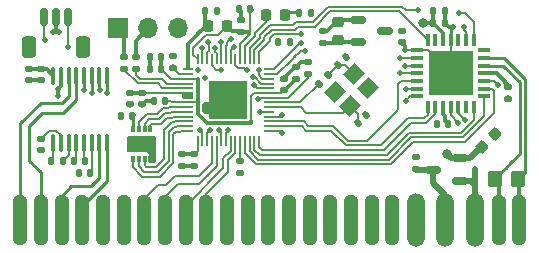
<source format=gbr>
%TF.GenerationSoftware,KiCad,Pcbnew,7.0.7*%
%TF.CreationDate,2024-01-01T23:26:10-08:00*%
%TF.ProjectId,Curly_Mini_v0,4375726c-795f-44d6-996e-695f76302e6b,rev?*%
%TF.SameCoordinates,Original*%
%TF.FileFunction,Copper,L1,Top*%
%TF.FilePolarity,Positive*%
%FSLAX46Y46*%
G04 Gerber Fmt 4.6, Leading zero omitted, Abs format (unit mm)*
G04 Created by KiCad (PCBNEW 7.0.7) date 2024-01-01 23:26:10*
%MOMM*%
%LPD*%
G01*
G04 APERTURE LIST*
G04 Aperture macros list*
%AMRoundRect*
0 Rectangle with rounded corners*
0 $1 Rounding radius*
0 $2 $3 $4 $5 $6 $7 $8 $9 X,Y pos of 4 corners*
0 Add a 4 corners polygon primitive as box body*
4,1,4,$2,$3,$4,$5,$6,$7,$8,$9,$2,$3,0*
0 Add four circle primitives for the rounded corners*
1,1,$1+$1,$2,$3*
1,1,$1+$1,$4,$5*
1,1,$1+$1,$6,$7*
1,1,$1+$1,$8,$9*
0 Add four rect primitives between the rounded corners*
20,1,$1+$1,$2,$3,$4,$5,0*
20,1,$1+$1,$4,$5,$6,$7,0*
20,1,$1+$1,$6,$7,$8,$9,0*
20,1,$1+$1,$8,$9,$2,$3,0*%
%AMRotRect*
0 Rectangle, with rotation*
0 The origin of the aperture is its center*
0 $1 length*
0 $2 width*
0 $3 Rotation angle, in degrees counterclockwise*
0 Add horizontal line*
21,1,$1,$2,0,0,$3*%
%AMFreePoly0*
4,1,29,0.193136,2.094410,0.334892,2.027705,0.455605,1.927842,0.547692,1.801096,0.605364,1.655431,0.625000,1.500000,0.625000,-1.500000,0.620072,-1.578333,0.581110,-1.730078,0.505636,-1.867366,0.398390,-1.981571,0.266112,-2.065517,0.117113,-2.113930,-0.039244,-2.123767,-0.193136,-2.094410,-0.334892,-2.027705,-0.455605,-1.927842,-0.547692,-1.801096,-0.605364,-1.655431,-0.625000,-1.500000,
-0.625000,1.500000,-0.620072,1.578333,-0.581110,1.730078,-0.505636,1.867366,-0.398390,1.981571,-0.266112,2.065517,-0.117113,2.113930,0.039244,2.123767,0.193136,2.094410,0.193136,2.094410,$1*%
%AMFreePoly1*
4,1,31,0.130236,2.238606,0.297060,2.188662,0.447869,2.101592,0.574533,1.982091,0.670224,1.836599,0.729784,1.672962,0.750000,1.500000,0.750000,-1.500000,0.744929,-1.587070,0.704769,-1.756515,0.626616,-1.912132,0.514681,-2.045530,0.375000,-2.149519,0.215102,-2.218492,0.043609,-2.248731,-0.130236,-2.238606,-0.297060,-2.188662,-0.447869,-2.101592,-0.574533,-1.982091,-0.670224,-1.836599,
-0.729784,-1.672962,-0.750000,-1.500000,-0.750000,1.500000,-0.744929,1.587070,-0.704769,1.756515,-0.626616,1.912132,-0.514681,2.045530,-0.375000,2.149519,-0.215102,2.218492,-0.043609,2.248731,0.130236,2.238606,0.130236,2.238606,$1*%
G04 Aperture macros list end*
%TA.AperFunction,CastellatedPad*%
%ADD10FreePoly0,180.000000*%
%TD*%
%TA.AperFunction,CastellatedPad*%
%ADD11FreePoly1,180.000000*%
%TD*%
%TA.AperFunction,SMDPad,CuDef*%
%ADD12RoundRect,0.150000X0.512500X0.150000X-0.512500X0.150000X-0.512500X-0.150000X0.512500X-0.150000X0*%
%TD*%
%TA.AperFunction,SMDPad,CuDef*%
%ADD13RoundRect,0.250000X0.350000X0.450000X-0.350000X0.450000X-0.350000X-0.450000X0.350000X-0.450000X0*%
%TD*%
%TA.AperFunction,SMDPad,CuDef*%
%ADD14RoundRect,0.135000X-0.135000X-0.185000X0.135000X-0.185000X0.135000X0.185000X-0.135000X0.185000X0*%
%TD*%
%TA.AperFunction,SMDPad,CuDef*%
%ADD15RoundRect,0.218750X0.218750X0.256250X-0.218750X0.256250X-0.218750X-0.256250X0.218750X-0.256250X0*%
%TD*%
%TA.AperFunction,ComponentPad*%
%ADD16R,1.700000X1.700000*%
%TD*%
%TA.AperFunction,ComponentPad*%
%ADD17O,1.700000X1.700000*%
%TD*%
%TA.AperFunction,SMDPad,CuDef*%
%ADD18RoundRect,0.100000X0.100000X-0.637500X0.100000X0.637500X-0.100000X0.637500X-0.100000X-0.637500X0*%
%TD*%
%TA.AperFunction,SMDPad,CuDef*%
%ADD19RoundRect,0.140000X-0.170000X0.140000X-0.170000X-0.140000X0.170000X-0.140000X0.170000X0.140000X0*%
%TD*%
%TA.AperFunction,SMDPad,CuDef*%
%ADD20RoundRect,0.140000X0.140000X0.170000X-0.140000X0.170000X-0.140000X-0.170000X0.140000X-0.170000X0*%
%TD*%
%TA.AperFunction,SMDPad,CuDef*%
%ADD21RoundRect,0.140000X-0.140000X-0.170000X0.140000X-0.170000X0.140000X0.170000X-0.140000X0.170000X0*%
%TD*%
%TA.AperFunction,SMDPad,CuDef*%
%ADD22RoundRect,0.150000X-0.512500X-0.150000X0.512500X-0.150000X0.512500X0.150000X-0.512500X0.150000X0*%
%TD*%
%TA.AperFunction,SMDPad,CuDef*%
%ADD23RoundRect,0.140000X0.170000X-0.140000X0.170000X0.140000X-0.170000X0.140000X-0.170000X-0.140000X0*%
%TD*%
%TA.AperFunction,SMDPad,CuDef*%
%ADD24RoundRect,0.225000X0.017678X-0.335876X0.335876X-0.017678X-0.017678X0.335876X-0.335876X0.017678X0*%
%TD*%
%TA.AperFunction,SMDPad,CuDef*%
%ADD25RoundRect,0.225000X0.250000X-0.225000X0.250000X0.225000X-0.250000X0.225000X-0.250000X-0.225000X0*%
%TD*%
%TA.AperFunction,SMDPad,CuDef*%
%ADD26RoundRect,0.140000X0.021213X-0.219203X0.219203X-0.021213X-0.021213X0.219203X-0.219203X0.021213X0*%
%TD*%
%TA.AperFunction,SMDPad,CuDef*%
%ADD27R,0.300000X0.600000*%
%TD*%
%TA.AperFunction,SMDPad,CuDef*%
%ADD28R,1.700000X0.300000*%
%TD*%
%TA.AperFunction,SMDPad,CuDef*%
%ADD29RotRect,1.400000X1.200000X45.000000*%
%TD*%
%TA.AperFunction,SMDPad,CuDef*%
%ADD30RoundRect,0.135000X0.135000X0.185000X-0.135000X0.185000X-0.135000X-0.185000X0.135000X-0.185000X0*%
%TD*%
%TA.AperFunction,SMDPad,CuDef*%
%ADD31RoundRect,0.250000X0.350000X0.650000X-0.350000X0.650000X-0.350000X-0.650000X0.350000X-0.650000X0*%
%TD*%
%TA.AperFunction,SMDPad,CuDef*%
%ADD32RoundRect,0.150000X0.150000X0.625000X-0.150000X0.625000X-0.150000X-0.625000X0.150000X-0.625000X0*%
%TD*%
%TA.AperFunction,SMDPad,CuDef*%
%ADD33RoundRect,0.050000X0.050000X-0.387500X0.050000X0.387500X-0.050000X0.387500X-0.050000X-0.387500X0*%
%TD*%
%TA.AperFunction,SMDPad,CuDef*%
%ADD34RoundRect,0.050000X0.387500X-0.050000X0.387500X0.050000X-0.387500X0.050000X-0.387500X-0.050000X0*%
%TD*%
%TA.AperFunction,SMDPad,CuDef*%
%ADD35R,3.200000X3.200000*%
%TD*%
%TA.AperFunction,SMDPad,CuDef*%
%ADD36RoundRect,0.135000X-0.185000X0.135000X-0.185000X-0.135000X0.185000X-0.135000X0.185000X0.135000X0*%
%TD*%
%TA.AperFunction,SMDPad,CuDef*%
%ADD37RoundRect,0.135000X-0.035355X0.226274X-0.226274X0.035355X0.035355X-0.226274X0.226274X-0.035355X0*%
%TD*%
%TA.AperFunction,SMDPad,CuDef*%
%ADD38RoundRect,0.013200X0.151800X-0.506800X0.151800X0.506800X-0.151800X0.506800X-0.151800X-0.506800X0*%
%TD*%
%TA.AperFunction,SMDPad,CuDef*%
%ADD39RoundRect,0.013200X0.506800X0.151800X-0.506800X0.151800X-0.506800X-0.151800X0.506800X-0.151800X0*%
%TD*%
%TA.AperFunction,SMDPad,CuDef*%
%ADD40R,3.700000X3.700000*%
%TD*%
%TA.AperFunction,ViaPad*%
%ADD41C,0.500000*%
%TD*%
%TA.AperFunction,ViaPad*%
%ADD42C,0.800000*%
%TD*%
%TA.AperFunction,Conductor*%
%ADD43C,0.300000*%
%TD*%
%TA.AperFunction,Conductor*%
%ADD44C,0.200000*%
%TD*%
%TA.AperFunction,Conductor*%
%ADD45C,0.150000*%
%TD*%
%TA.AperFunction,Conductor*%
%ADD46C,0.350000*%
%TD*%
%TA.AperFunction,Conductor*%
%ADD47C,0.250000*%
%TD*%
%TA.AperFunction,Conductor*%
%ADD48C,0.500000*%
%TD*%
G04 APERTURE END LIST*
D10*
%TO.P,J26,1,Pin_1*%
%TO.N,/CANH*%
X112675000Y-69600000D03*
%TO.P,J26,2,Pin_2*%
%TO.N,/CANL*%
X110925000Y-69600000D03*
D11*
%TO.P,J26,3,Pin_3*%
%TO.N,GND*%
X108925000Y-69600000D03*
%TO.P,J26,4,Pin_4*%
%TO.N,VDC*%
X106425000Y-69600000D03*
%TO.P,J26,5,Pin_5*%
%TO.N,GND*%
X103925000Y-69600000D03*
D10*
%TO.P,J26,6,Pin_6*%
%TO.N,/~{EXT_RESET}*%
X101925000Y-69600000D03*
%TO.P,J26,7,Pin_7*%
%TO.N,/GPIO_22*%
X100175000Y-69600000D03*
%TO.P,J26,8,Pin_8*%
%TO.N,/GPIO_23*%
X98425000Y-69600000D03*
%TO.P,J26,9,Pin_9*%
%TO.N,/GPIO_24*%
X96675000Y-69600000D03*
%TO.P,J26,10,Pin_10*%
%TO.N,/GPIO_25*%
X94925000Y-69600000D03*
%TO.P,J26,11,Pin_11*%
%TO.N,/GPIO_26_A0*%
X93175000Y-69600000D03*
%TO.P,J26,12,Pin_12*%
%TO.N,/GPIO_27_A1*%
X91425000Y-69600000D03*
%TO.P,J26,13,Pin_13*%
%TO.N,/GPIO_28_A2*%
X89675000Y-69600000D03*
%TO.P,J26,14,Pin_14*%
%TO.N,/GPIO_29_A3*%
X87925000Y-69600000D03*
%TO.P,J26,15,Pin_15*%
%TO.N,/GPIO_7*%
X86175000Y-69600000D03*
%TO.P,J26,16,Pin_16*%
%TO.N,/GPIO_6*%
X84425000Y-69600000D03*
%TO.P,J26,17,Pin_17*%
%TO.N,/GPIO_3*%
X82675000Y-69600000D03*
%TO.P,J26,18,Pin_18*%
%TO.N,/GPIO_2*%
X80925000Y-69600000D03*
%TO.P,J26,19,Pin_19*%
%TO.N,+3V3*%
X79175000Y-69600000D03*
%TO.P,J26,20,Pin_20*%
%TO.N,GND*%
X77425000Y-69600000D03*
%TO.P,J26,21,Pin_21*%
%TO.N,/RS232_1_RX*%
X75675000Y-69600000D03*
%TO.P,J26,22,Pin_22*%
%TO.N,/RS232_1_TX*%
X73925000Y-69600000D03*
%TO.P,J26,23,Pin_23*%
%TO.N,/RS232_0_RX*%
X72175000Y-69600000D03*
%TO.P,J26,24,Pin_24*%
%TO.N,/RS232_0_TX*%
X70425000Y-69600000D03*
%TD*%
D12*
%TO.P,U5,1,GND*%
%TO.N,GND*%
X107637500Y-66250000D03*
%TO.P,U5,2,VO*%
%TO.N,+5V*%
X107637500Y-64350000D03*
%TO.P,U5,3,VI*%
%TO.N,VDC*%
X105362500Y-65300000D03*
%TD*%
D13*
%TO.P,R6,2*%
%TO.N,/CANL*%
X110600000Y-66100000D03*
%TO.P,R6,1*%
%TO.N,/CANH*%
X112600000Y-66100000D03*
%TD*%
D14*
%TO.P,R5,1*%
%TO.N,Net-(D1-K)*%
X94000000Y-52000000D03*
%TO.P,R5,2*%
%TO.N,GND*%
X95020000Y-52000000D03*
%TD*%
D15*
%TO.P,D1,1,K*%
%TO.N,Net-(D1-K)*%
X92800000Y-52175000D03*
%TO.P,D1,2,A*%
%TO.N,Net-(D1-A)*%
X91225000Y-52175000D03*
%TD*%
D16*
%TO.P,J8,1,Pin_1*%
%TO.N,/USB_DP*%
X78740000Y-53340000D03*
D17*
%TO.P,J8,2,Pin_2*%
%TO.N,/USB_DM*%
X81280000Y-53340000D03*
%TO.P,J8,3,Pin_3*%
%TO.N,GND*%
X83820000Y-53340000D03*
%TD*%
D18*
%TO.P,U6,1,C1+*%
%TO.N,Net-(U6-C1+)*%
X73225000Y-63062500D03*
%TO.P,U6,2,VS+*%
%TO.N,Net-(U6-VS+)*%
X73875000Y-63062500D03*
%TO.P,U6,3,C1-*%
%TO.N,Net-(U6-C1-)*%
X74525000Y-63062500D03*
%TO.P,U6,4,C2+*%
%TO.N,Net-(U6-C2+)*%
X75175000Y-63062500D03*
%TO.P,U6,5,C2-*%
%TO.N,Net-(U6-C2-)*%
X75825000Y-63062500D03*
%TO.P,U6,6,VS-*%
%TO.N,Net-(U6-VS-)*%
X76475000Y-63062500D03*
%TO.P,U6,7,T2OUT*%
%TO.N,/RS232_1_TX*%
X77125000Y-63062500D03*
%TO.P,U6,8,R2IN*%
%TO.N,/RS232_1_RX*%
X77775000Y-63062500D03*
%TO.P,U6,9,R2OUT*%
%TO.N,/UART_1_RX*%
X77775000Y-57337500D03*
%TO.P,U6,10,T2IN*%
%TO.N,/UART_1_TX*%
X77125000Y-57337500D03*
%TO.P,U6,11,T1IN*%
%TO.N,/UART_0_TX*%
X76475000Y-57337500D03*
%TO.P,U6,12,R1OUT*%
%TO.N,/UART_0_RX*%
X75825000Y-57337500D03*
%TO.P,U6,13,R1IN*%
%TO.N,/RS232_0_RX*%
X75175000Y-57337500D03*
%TO.P,U6,14,T1OUT*%
%TO.N,/RS232_0_TX*%
X74525000Y-57337500D03*
%TO.P,U6,15,GND*%
%TO.N,GND*%
X73875000Y-57337500D03*
%TO.P,U6,16,VCC*%
%TO.N,+3V3*%
X73225000Y-57337500D03*
%TD*%
D19*
%TO.P,C34,1*%
%TO.N,+3V3*%
X71200000Y-56770000D03*
%TO.P,C34,2*%
%TO.N,GND*%
X71200000Y-57730000D03*
%TD*%
%TO.P,C33,1*%
%TO.N,+3V3*%
X72200000Y-56770000D03*
%TO.P,C33,2*%
%TO.N,GND*%
X72200000Y-57730000D03*
%TD*%
%TO.P,C32,1*%
%TO.N,Net-(U6-VS+)*%
X72200000Y-62670000D03*
%TO.P,C32,2*%
%TO.N,GND*%
X72200000Y-63630000D03*
%TD*%
D20*
%TO.P,C31,1*%
%TO.N,Net-(U6-VS-)*%
X76355000Y-65625000D03*
%TO.P,C31,2*%
%TO.N,GND*%
X75395000Y-65625000D03*
%TD*%
D21*
%TO.P,C30,1*%
%TO.N,Net-(U6-C1+)*%
X73045000Y-64600000D03*
%TO.P,C30,2*%
%TO.N,Net-(U6-C1-)*%
X74005000Y-64600000D03*
%TD*%
%TO.P,C12,1*%
%TO.N,Net-(U6-C2+)*%
X74945000Y-64600000D03*
%TO.P,C12,2*%
%TO.N,Net-(U6-C2-)*%
X75905000Y-64600000D03*
%TD*%
D22*
%TO.P,U3,3,VI*%
%TO.N,+5V*%
X101300000Y-53550000D03*
%TO.P,U3,2,VO*%
%TO.N,+3V3*%
X99025000Y-54500000D03*
%TO.P,U3,1,GND*%
%TO.N,GND*%
X99025000Y-52600000D03*
%TD*%
D21*
%TO.P,C29,1*%
%TO.N,+5V*%
X105400000Y-52850000D03*
%TO.P,C29,2*%
%TO.N,GND*%
X106360000Y-52850000D03*
%TD*%
D19*
%TO.P,C27,1*%
%TO.N,+3V3*%
X111750000Y-58345000D03*
%TO.P,C27,2*%
%TO.N,GND*%
X111750000Y-59305000D03*
%TD*%
D20*
%TO.P,C26,1*%
%TO.N,+3V3*%
X106655000Y-61465810D03*
%TO.P,C26,2*%
%TO.N,GND*%
X105695000Y-61465810D03*
%TD*%
D21*
%TO.P,C25,1*%
%TO.N,+5V*%
X105400000Y-51850000D03*
%TO.P,C25,2*%
%TO.N,GND*%
X106360000Y-51850000D03*
%TD*%
D23*
%TO.P,C24,1*%
%TO.N,VDC*%
X103900000Y-65230000D03*
%TO.P,C24,2*%
%TO.N,GND*%
X103900000Y-64270000D03*
%TD*%
D19*
%TO.P,C23,2*%
%TO.N,GND*%
X102750000Y-54530000D03*
%TO.P,C23,1*%
%TO.N,+5V*%
X102750000Y-53570000D03*
%TD*%
D24*
%TO.P,C22,1*%
%TO.N,+5V*%
X109526992Y-63348008D03*
%TO.P,C22,2*%
%TO.N,GND*%
X110623008Y-62251992D03*
%TD*%
D23*
%TO.P,C21,1*%
%TO.N,+3V3*%
X96100000Y-54555000D03*
%TO.P,C21,2*%
%TO.N,GND*%
X96100000Y-53595000D03*
%TD*%
D25*
%TO.P,C20,1*%
%TO.N,+3V3*%
X97350000Y-54350000D03*
%TO.P,C20,2*%
%TO.N,GND*%
X97350000Y-52800000D03*
%TD*%
D20*
%TO.P,C1,1*%
%TO.N,+3V3*%
X79930000Y-60725000D03*
%TO.P,C1,2*%
%TO.N,GND*%
X78970000Y-60725000D03*
%TD*%
D26*
%TO.P,C8,1*%
%TO.N,/XIN*%
X98999965Y-61350035D03*
%TO.P,C8,2*%
%TO.N,GND*%
X99678787Y-60671213D03*
%TD*%
D20*
%TO.P,C15,1*%
%TO.N,+3V3*%
X89905000Y-51725000D03*
%TO.P,C15,2*%
%TO.N,GND*%
X88945000Y-51725000D03*
%TD*%
D27*
%TO.P,U4,1,~{CS}*%
%TO.N,/~{QSPI_CSN}*%
X79950000Y-64400000D03*
%TO.P,U4,2,DO/IO1*%
%TO.N,/QSPI_SD1*%
X80450000Y-64400000D03*
%TO.P,U4,3,~{WP}/IO2*%
%TO.N,/QSPI_SD2*%
X80950000Y-64400000D03*
%TO.P,U4,4,GND*%
%TO.N,GND*%
X81450000Y-64400000D03*
%TO.P,U4,5,DI/IO0*%
%TO.N,/QSPI_SD0*%
X81450000Y-61900000D03*
%TO.P,U4,6,CLK*%
%TO.N,/QSPI_SCLK*%
X80950000Y-61900000D03*
%TO.P,U4,7,~{HOLD}/~{RESET}/IO3*%
%TO.N,/QSPI_SD3*%
X80450000Y-61900000D03*
%TO.P,U4,8,VCC*%
%TO.N,+3V3*%
X79950000Y-61900000D03*
D28*
%TO.P,U4,9,EXP*%
%TO.N,GND*%
X80700000Y-63150000D03*
%TD*%
D20*
%TO.P,C3,1*%
%TO.N,+1V1*%
X82330000Y-55750000D03*
%TO.P,C3,2*%
%TO.N,GND*%
X81370000Y-55750000D03*
%TD*%
D21*
%TO.P,C4,1*%
%TO.N,VDDA*%
X86110000Y-51895000D03*
%TO.P,C4,2*%
%TO.N,GND*%
X87070000Y-51895000D03*
%TD*%
D20*
%TO.P,C9,1*%
%TO.N,+1V1*%
X82680000Y-59450000D03*
%TO.P,C9,2*%
%TO.N,GND*%
X81720000Y-59450000D03*
%TD*%
D29*
%TO.P,Y2,1,1*%
%TO.N,/XIN*%
X98312599Y-59939482D03*
%TO.P,Y2,2,2*%
%TO.N,GND*%
X99868234Y-58383847D03*
%TO.P,Y2,3,3*%
%TO.N,/XOUT*%
X98666153Y-57181766D03*
%TO.P,Y2,4,4*%
%TO.N,GND*%
X97110518Y-58737401D03*
%TD*%
D19*
%TO.P,C19,1*%
%TO.N,+3V3*%
X84150000Y-64020000D03*
%TO.P,C19,2*%
%TO.N,GND*%
X84150000Y-64980000D03*
%TD*%
D30*
%TO.P,R1,2*%
%TO.N,/~{EXT_RESET}*%
X92240000Y-54500000D03*
%TO.P,R1,1*%
%TO.N,+3V3*%
X93260000Y-54500000D03*
%TD*%
D19*
%TO.P,C17,1*%
%TO.N,+3V3*%
X85125000Y-64020000D03*
%TO.P,C17,2*%
%TO.N,GND*%
X85125000Y-64980000D03*
%TD*%
D23*
%TO.P,C11,1*%
%TO.N,+1V1*%
X93775000Y-57605000D03*
%TO.P,C11,2*%
%TO.N,GND*%
X93775000Y-56645000D03*
%TD*%
D19*
%TO.P,C18,1*%
%TO.N,+3V3*%
X89050000Y-64590000D03*
%TO.P,C18,2*%
%TO.N,GND*%
X89050000Y-65550000D03*
%TD*%
D23*
%TO.P,C6,1*%
%TO.N,+3V3*%
X94800000Y-57180000D03*
%TO.P,C6,2*%
%TO.N,GND*%
X94800000Y-56220000D03*
%TD*%
D31*
%TO.P,J1,MP*%
%TO.N,N/C*%
X71150000Y-54925000D03*
X75750000Y-54925000D03*
D32*
%TO.P,J1,3,Pin_3*%
%TO.N,/SWDIO*%
X72450000Y-52400000D03*
%TO.P,J1,2,Pin_2*%
%TO.N,GND*%
X73450000Y-52400000D03*
%TO.P,J1,1,Pin_1*%
%TO.N,/SWCLK*%
X74450000Y-52400000D03*
%TD*%
D23*
%TO.P,C10,1*%
%TO.N,+1V1*%
X92750000Y-58555000D03*
%TO.P,C10,2*%
%TO.N,GND*%
X92750000Y-57595000D03*
%TD*%
D19*
%TO.P,C13,1*%
%TO.N,+3V3*%
X79750000Y-58820000D03*
%TO.P,C13,2*%
%TO.N,GND*%
X79750000Y-59780000D03*
%TD*%
D33*
%TO.P,U1,1,IOVDD*%
%TO.N,+3V3*%
X85450000Y-62850000D03*
%TO.P,U1,2,GPIO0*%
%TO.N,/UART_0_TX*%
X85850000Y-62850000D03*
%TO.P,U1,3,GPIO1*%
%TO.N,/UART_0_RX*%
X86250000Y-62850000D03*
%TO.P,U1,4,GPIO2*%
%TO.N,/GPIO_2*%
X86650000Y-62850000D03*
%TO.P,U1,5,GPIO3*%
%TO.N,/GPIO_3*%
X87050000Y-62850000D03*
%TO.P,U1,6,GPIO4*%
%TO.N,/UART_1_TX*%
X87450000Y-62850000D03*
%TO.P,U1,7,GPIO5*%
%TO.N,/UART_1_RX*%
X87850000Y-62850000D03*
%TO.P,U1,8,GPIO6*%
%TO.N,/GPIO_6*%
X88250000Y-62850000D03*
%TO.P,U1,9,GPIO7*%
%TO.N,/GPIO_7*%
X88650000Y-62850000D03*
%TO.P,U1,10,IOVDD*%
%TO.N,+3V3*%
X89050000Y-62850000D03*
%TO.P,U1,11,GPIO8*%
%TO.N,/~{CAN_TX2_RTS}*%
X89450000Y-62850000D03*
%TO.P,U1,12,GPIO9*%
%TO.N,/~{CAN_TX1_RTS}*%
X89850000Y-62850000D03*
%TO.P,U1,13,GPIO10*%
%TO.N,/~{CAN_TX0_RTS}*%
X90250000Y-62850000D03*
%TO.P,U1,14,GPIO11*%
%TO.N,/~{CAN_RESET}*%
X90650000Y-62850000D03*
D34*
%TO.P,U1,15,GPIO12*%
%TO.N,/SPI1_RX*%
X91487500Y-62012500D03*
%TO.P,U1,16,GPIO13*%
%TO.N,/SPI1_CSn*%
X91487500Y-61612500D03*
%TO.P,U1,17,GPIO14*%
%TO.N,/SPI1_SCK*%
X91487500Y-61212500D03*
%TO.P,U1,18,GPIO15*%
%TO.N,/SPI1_TX*%
X91487500Y-60812500D03*
%TO.P,U1,19,TESTEN*%
%TO.N,GND*%
X91487500Y-60412500D03*
%TO.P,U1,20,XIN*%
%TO.N,/XIN*%
X91487500Y-60012500D03*
%TO.P,U1,21,XOUT*%
%TO.N,Net-(U1-XOUT)*%
X91487500Y-59612500D03*
%TO.P,U1,22,IOVDD*%
%TO.N,+3V3*%
X91487500Y-59212500D03*
%TO.P,U1,23,DVDD*%
%TO.N,+1V1*%
X91487500Y-58812500D03*
%TO.P,U1,24,SWCLK*%
%TO.N,/SWCLK*%
X91487500Y-58412500D03*
%TO.P,U1,25,SWD*%
%TO.N,/SWDIO*%
X91487500Y-58012500D03*
%TO.P,U1,26,RUN*%
%TO.N,/~{EXT_RESET}*%
X91487500Y-57612500D03*
%TO.P,U1,27,GPIO16*%
%TO.N,/~{CAN_RX_INT}*%
X91487500Y-57212500D03*
%TO.P,U1,28,GPIO17*%
%TO.N,/~{CAN_RX_BUF0}*%
X91487500Y-56812500D03*
D33*
%TO.P,U1,29,GPIO18*%
%TO.N,/~{CAN_RX_BUF1}*%
X90650000Y-55975000D03*
%TO.P,U1,30,GPIO19*%
%TO.N,/MCP25625_CLK*%
X90250000Y-55975000D03*
%TO.P,U1,31,GPIO20*%
%TO.N,/CAN_TXVR_STBY*%
X89850000Y-55975000D03*
%TO.P,U1,32,GPIO21*%
%TO.N,Net-(D1-A)*%
X89450000Y-55975000D03*
%TO.P,U1,33,IOVDD*%
%TO.N,+3V3*%
X89050000Y-55975000D03*
%TO.P,U1,34,GPIO22*%
%TO.N,/GPIO_22*%
X88650000Y-55975000D03*
%TO.P,U1,35,GPIO23*%
%TO.N,/GPIO_23*%
X88250000Y-55975000D03*
%TO.P,U1,36,GPIO24*%
%TO.N,/GPIO_24*%
X87850000Y-55975000D03*
%TO.P,U1,37,GPIO25*%
%TO.N,/GPIO_25*%
X87450000Y-55975000D03*
%TO.P,U1,38,GPIO26_ADC0*%
%TO.N,/GPIO_26_A0*%
X87050000Y-55975000D03*
%TO.P,U1,39,GPIO27_ADC1*%
%TO.N,/GPIO_27_A1*%
X86650000Y-55975000D03*
%TO.P,U1,40,GPIO28_ADC2*%
%TO.N,/GPIO_28_A2*%
X86250000Y-55975000D03*
%TO.P,U1,41,GPIO29_ADC3*%
%TO.N,/GPIO_29_A3*%
X85850000Y-55975000D03*
%TO.P,U1,42,IOVDD*%
%TO.N,+3V3*%
X85450000Y-55975000D03*
D34*
%TO.P,U1,43,ADC_AVDD*%
%TO.N,VDDA*%
X84612500Y-56812500D03*
%TO.P,U1,44,VREG_IN*%
%TO.N,+3V3*%
X84612500Y-57212500D03*
%TO.P,U1,45,VREG_VOUT*%
%TO.N,+1V1*%
X84612500Y-57612500D03*
%TO.P,U1,46,USB_DM*%
%TO.N,Net-(U1-USB_DM)*%
X84612500Y-58012500D03*
%TO.P,U1,47,USB_DP*%
%TO.N,Net-(U1-USB_DP)*%
X84612500Y-58412500D03*
%TO.P,U1,48,USB_VDD*%
%TO.N,+3V3*%
X84612500Y-58812500D03*
%TO.P,U1,49,IOVDD*%
X84612500Y-59212500D03*
%TO.P,U1,50,DVDD*%
%TO.N,+1V1*%
X84612500Y-59612500D03*
%TO.P,U1,51,QSPI_SD3*%
%TO.N,/QSPI_SD3*%
X84612500Y-60012500D03*
%TO.P,U1,52,QSPI_SCLK*%
%TO.N,/QSPI_SCLK*%
X84612500Y-60412500D03*
%TO.P,U1,53,QSPI_SD0*%
%TO.N,/QSPI_SD0*%
X84612500Y-60812500D03*
%TO.P,U1,54,QSPI_SD2*%
%TO.N,/QSPI_SD2*%
X84612500Y-61212500D03*
%TO.P,U1,55,QSPI_SD1*%
%TO.N,/QSPI_SD1*%
X84612500Y-61612500D03*
%TO.P,U1,56,QSPI_SS*%
%TO.N,/~{QSPI_CSN}*%
X84612500Y-62012500D03*
D35*
%TO.P,U1,57,GND*%
%TO.N,GND*%
X88050000Y-59412500D03*
%TD*%
D23*
%TO.P,C16,2*%
%TO.N,GND*%
X89125000Y-52665000D03*
%TO.P,C16,1*%
%TO.N,+3V3*%
X89125000Y-53625000D03*
%TD*%
D36*
%TO.P,R4,1*%
%TO.N,/USB_DM*%
X80250000Y-55740000D03*
%TO.P,R4,2*%
%TO.N,Net-(U1-USB_DM)*%
X80250000Y-56760000D03*
%TD*%
D37*
%TO.P,R2,1*%
%TO.N,/XOUT*%
X96450000Y-57300000D03*
%TO.P,R2,2*%
%TO.N,Net-(U1-XOUT)*%
X95728752Y-58021248D03*
%TD*%
D20*
%TO.P,C2,1*%
%TO.N,+1V1*%
X82330000Y-56770000D03*
%TO.P,C2,2*%
%TO.N,GND*%
X81370000Y-56770000D03*
%TD*%
D19*
%TO.P,C14,1*%
%TO.N,+3V3*%
X80740000Y-58820000D03*
%TO.P,C14,2*%
%TO.N,GND*%
X80740000Y-59780000D03*
%TD*%
D23*
%TO.P,C5,1*%
%TO.N,+3V3*%
X83350000Y-56680000D03*
%TO.P,C5,2*%
%TO.N,GND*%
X83350000Y-55720000D03*
%TD*%
D36*
%TO.P,R3,1*%
%TO.N,/USB_DP*%
X79250000Y-55740000D03*
%TO.P,R3,2*%
%TO.N,Net-(U1-USB_DP)*%
X79250000Y-56760000D03*
%TD*%
D15*
%TO.P,FB1,1*%
%TO.N,+3V3*%
X87925000Y-53150000D03*
%TO.P,FB1,2*%
%TO.N,VDDA*%
X86350000Y-53150000D03*
%TD*%
D26*
%TO.P,C7,1*%
%TO.N,/XOUT*%
X97310554Y-56439446D03*
%TO.P,C7,2*%
%TO.N,GND*%
X97989376Y-55760624D03*
%TD*%
D38*
%TO.P,U2,1,~{CS}*%
%TO.N,/SPI1_CSn*%
X104925000Y-59990810D03*
%TO.P,U2,2,~{RESET}*%
%TO.N,/~{CAN_RESET}*%
X105575000Y-59990810D03*
%TO.P,U2,3,VDD*%
%TO.N,+3V3*%
X106225000Y-59990810D03*
%TO.P,U2,4,TXCAN*%
%TO.N,Net-(U2-TXCAN)*%
X106875000Y-59990810D03*
%TO.P,U2,5,RXCAN*%
%TO.N,Net-(U2-RXCAN)*%
X107525000Y-59990810D03*
%TO.P,U2,6,CLKOUT*%
%TO.N,unconnected-(U2-CLKOUT-Pad6)*%
X108175000Y-59990810D03*
%TO.P,U2,7,~{TX0RTS}*%
%TO.N,/~{CAN_TX0_RTS}*%
X108825000Y-59990810D03*
D39*
%TO.P,U2,8,~{TX1RTS}*%
%TO.N,/~{CAN_TX1_RTS}*%
X109710000Y-59105810D03*
%TO.P,U2,9,~{TX2RTS}*%
%TO.N,/~{CAN_TX2_RTS}*%
X109710000Y-58455810D03*
%TO.P,U2,10,RXD*%
%TO.N,Net-(U2-RXCAN)*%
X109710000Y-57805810D03*
%TO.P,U2,11,VIO*%
%TO.N,+3V3*%
X109710000Y-57155810D03*
%TO.P,U2,12,CANL*%
%TO.N,/CANL*%
X109710000Y-56505810D03*
%TO.P,U2,13,CANH*%
%TO.N,/CANH*%
X109710000Y-55855810D03*
%TO.P,U2,14*%
%TO.N,N/C*%
X109710000Y-55205810D03*
D38*
%TO.P,U2,15,STBY*%
%TO.N,/CAN_TXVR_STBY*%
X108825000Y-54320810D03*
%TO.P,U2,16,TXD*%
%TO.N,Net-(U2-TXCAN)*%
X108175000Y-54320810D03*
%TO.P,U2,17*%
%TO.N,N/C*%
X107525000Y-54320810D03*
%TO.P,U2,18,VSS*%
%TO.N,GND*%
X106875000Y-54320810D03*
%TO.P,U2,19,VDDA*%
%TO.N,+5V*%
X106225000Y-54320810D03*
%TO.P,U2,20,OSC2*%
%TO.N,unconnected-(U2-OSC2-Pad20)*%
X105575000Y-54320810D03*
%TO.P,U2,21,OSC1*%
%TO.N,/MCP25625_CLK*%
X104925000Y-54320810D03*
D39*
%TO.P,U2,22,GND*%
%TO.N,GND*%
X104040000Y-55205810D03*
%TO.P,U2,23,~{RX1BF}*%
%TO.N,/~{CAN_RX_BUF1}*%
X104040000Y-55855810D03*
%TO.P,U2,24,~{RX0BF}*%
%TO.N,/~{CAN_RX_BUF0}*%
X104040000Y-56505810D03*
%TO.P,U2,25,~{INT}*%
%TO.N,/~{CAN_RX_INT}*%
X104040000Y-57155810D03*
%TO.P,U2,26,SCK*%
%TO.N,/SPI1_SCK*%
X104040000Y-57805810D03*
%TO.P,U2,27,SI*%
%TO.N,/SPI1_TX*%
X104040000Y-58455810D03*
%TO.P,U2,28,SO*%
%TO.N,/SPI1_RX*%
X104040000Y-59105810D03*
D40*
%TO.P,U2,29,EP*%
%TO.N,GND*%
X106875000Y-57155810D03*
%TD*%
D41*
%TO.N,GND*%
X88341168Y-59355393D03*
%TO.N,/CAN_TXVR_STBY*%
X107575000Y-52050000D03*
X104075000Y-51825000D03*
%TO.N,GND*%
X86037000Y-59807289D03*
X86054911Y-60357089D03*
X88950000Y-51700000D03*
X89100000Y-52650000D03*
%TO.N,+3V3*%
X87900000Y-53175000D03*
X89125000Y-53625000D03*
X89925000Y-51750000D03*
%TO.N,GND*%
X108925000Y-65725000D03*
X108925000Y-65225000D03*
X107950000Y-66250000D03*
X107400000Y-66250000D03*
%TO.N,/GPIO_22*%
X89597934Y-56852306D03*
%TO.N,/GPIO_24*%
X88250000Y-54250000D03*
%TO.N,/GPIO_23*%
X88500500Y-54950000D03*
%TO.N,/GPIO_27_A1*%
X87454404Y-56863506D03*
%TO.N,/SWCLK*%
X90200000Y-58150000D03*
%TO.N,/SWDIO*%
X90102031Y-57457536D03*
%TO.N,/GPIO_25*%
X87446896Y-54520610D03*
%TO.N,/GPIO_26_A0*%
X86921987Y-54982966D03*
%TO.N,/GPIO_28_A2*%
X86344622Y-54532489D03*
%TO.N,/GPIO_29_A3*%
X85850000Y-55027112D03*
%TO.N,+3V3*%
X96100000Y-54550000D03*
X97350000Y-54200000D03*
X99350000Y-54500000D03*
X98650000Y-54500000D03*
%TO.N,GND*%
X97350000Y-52650000D03*
X99350000Y-52600000D03*
X98700000Y-52600000D03*
X102750000Y-54550000D03*
%TO.N,+5V*%
X101000000Y-53550000D03*
X101600000Y-53550000D03*
X102750000Y-53550000D03*
%TO.N,/~{CAN_RX_BUF0}*%
X94200000Y-54600000D03*
%TO.N,/~{CAN_RX_INT}*%
X94500000Y-55250000D03*
%TO.N,/~{CAN_RX_BUF1}*%
X94173944Y-53848944D03*
%TO.N,/~{CAN_RX_INT}*%
X102600000Y-57150000D03*
%TO.N,/~{CAN_RX_BUF0}*%
X103000000Y-56500000D03*
%TO.N,/~{CAN_RX_BUF1}*%
X102600000Y-55850000D03*
D42*
%TO.N,+5V*%
X104550000Y-52850000D03*
X106550000Y-64000000D03*
D41*
%TO.N,GND*%
X111750000Y-59275000D03*
%TO.N,+3V3*%
X111750000Y-58325000D03*
D42*
%TO.N,GND*%
X110600000Y-62250000D03*
D41*
X103900000Y-64250000D03*
%TO.N,/SPI1_RX*%
X103050000Y-59450000D03*
%TO.N,/SPI1_TX*%
X103050000Y-58500000D03*
%TO.N,GND*%
X107050000Y-53250000D03*
%TO.N,/SWCLK*%
X86032441Y-57538700D03*
%TO.N,/SWDIO*%
X85498746Y-56889935D03*
%TO.N,GND*%
X95010000Y-52000000D03*
%TO.N,+3V3*%
X83350000Y-56650000D03*
%TO.N,GND*%
X73744772Y-53650000D03*
X73200000Y-53650000D03*
%TO.N,/SWCLK*%
X74450000Y-54950000D03*
%TO.N,/SWDIO*%
X72500000Y-54300000D03*
%TO.N,GND*%
X75400000Y-65600000D03*
X72200000Y-63650000D03*
%TO.N,+3V3*%
X71200000Y-56800000D03*
X72200000Y-56800000D03*
%TO.N,GND*%
X71200000Y-57750000D03*
X72200000Y-57750000D03*
X73600000Y-59050000D03*
X73600000Y-58500000D03*
%TO.N,/UART_0_TX*%
X85650000Y-61950000D03*
%TO.N,/UART_0_RX*%
X86452951Y-61962032D03*
%TO.N,/UART_1_TX*%
X87275497Y-61963000D03*
%TO.N,/UART_1_RX*%
X88050000Y-61967992D03*
X77800000Y-58850000D03*
%TO.N,/UART_1_TX*%
X77150000Y-58550000D03*
%TO.N,/UART_0_TX*%
X76500000Y-58850000D03*
%TO.N,/UART_0_RX*%
X75850000Y-58550000D03*
%TO.N,+3V3*%
X93275000Y-54525000D03*
%TO.N,/~{EXT_RESET}*%
X92250000Y-54500000D03*
%TO.N,+3V3*%
X106650000Y-61465810D03*
%TO.N,GND*%
X105700000Y-61465810D03*
%TO.N,Net-(U2-RXCAN)*%
X110876056Y-58164754D03*
%TO.N,Net-(U2-TXCAN)*%
X107483423Y-61396169D03*
%TO.N,Net-(U2-RXCAN)*%
X108100000Y-61065810D03*
%TO.N,Net-(U2-TXCAN)*%
X107975000Y-53215810D03*
%TO.N,GND*%
X106350000Y-52850000D03*
X108000000Y-57940810D03*
X107575000Y-58315810D03*
X107000000Y-58365810D03*
X106500000Y-58365810D03*
X106000000Y-58215810D03*
X105600000Y-57865810D03*
X106875000Y-57510810D03*
X107275000Y-57115810D03*
X106875000Y-56715810D03*
X107800000Y-56265810D03*
X106000000Y-56265810D03*
X103000000Y-55205810D03*
%TO.N,+3V3*%
X90549500Y-59362000D03*
X94800000Y-57175000D03*
X85150000Y-64000000D03*
X89025000Y-64570000D03*
X80750000Y-58800000D03*
X84150000Y-64000000D03*
X79950000Y-60700000D03*
%TO.N,GND*%
X99700000Y-60650000D03*
X96650000Y-58800000D03*
X97200000Y-58250000D03*
X98000000Y-55750000D03*
X100350000Y-58300000D03*
X78950000Y-60700000D03*
X87060000Y-51925000D03*
X99950000Y-57900000D03*
X80750000Y-59800000D03*
X80050000Y-63150000D03*
X99400000Y-58450000D03*
X84150000Y-64975000D03*
X89050000Y-65545000D03*
X79750000Y-59800000D03*
X83350000Y-55700000D03*
X93800000Y-56650000D03*
X81400000Y-56750000D03*
X97050000Y-59200000D03*
X85150000Y-64975000D03*
X92750000Y-57575000D03*
X90742685Y-60411538D03*
X94825000Y-56225000D03*
X97600000Y-58650000D03*
X81350000Y-63150000D03*
X99800000Y-58850000D03*
%TO.N,/~{EXT_RESET}*%
X90600000Y-56862000D03*
%TO.N,/SPI1_TX*%
X92550000Y-60663000D03*
%TO.N,/SPI1_RX*%
X92550000Y-62162000D03*
%TD*%
D43*
%TO.N,+3V3*%
X106225000Y-60575000D02*
X106400000Y-60750000D01*
X106225000Y-59990810D02*
X106225000Y-60575000D01*
X106400000Y-60750000D02*
X106400000Y-61210810D01*
X106400000Y-61210810D02*
X106655000Y-61465810D01*
D44*
%TO.N,/SWDIO*%
X72450000Y-52400000D02*
X72450000Y-54250000D01*
X72450000Y-54250000D02*
X72500000Y-54300000D01*
D45*
%TO.N,/GPIO_22*%
X88865381Y-56687500D02*
X88650000Y-56472119D01*
X88650000Y-56472119D02*
X88650000Y-55975000D01*
X89362500Y-56687500D02*
X88865381Y-56687500D01*
X89527306Y-56852306D02*
X89362500Y-56687500D01*
X89597934Y-56852306D02*
X89527306Y-56852306D01*
%TO.N,/SWDIO*%
X90102031Y-57457536D02*
X90269731Y-57457536D01*
X90269731Y-57457536D02*
X90824695Y-58012500D01*
X90824695Y-58012500D02*
X91487500Y-58012500D01*
%TO.N,/SWCLK*%
X90462500Y-58412500D02*
X91487500Y-58412500D01*
X90200000Y-58150000D02*
X90462500Y-58412500D01*
%TO.N,/GPIO_24*%
X87971896Y-54528104D02*
X87971896Y-54738073D01*
X87971896Y-54738073D02*
X87850000Y-54859969D01*
X88250000Y-54250000D02*
X87971896Y-54528104D01*
X87850000Y-54859969D02*
X87850000Y-55975000D01*
%TO.N,/GPIO_23*%
X88500500Y-54950000D02*
X88250000Y-55200500D01*
X88250000Y-55200500D02*
X88250000Y-55975000D01*
D44*
%TO.N,+3V3*%
X89900000Y-53852942D02*
X89900000Y-51730000D01*
X89900000Y-51730000D02*
X89905000Y-51725000D01*
%TO.N,Net-(D1-A)*%
X90300000Y-54018628D02*
X90300000Y-53900000D01*
X91225000Y-52175000D02*
X91225000Y-52802944D01*
X91225000Y-52802944D02*
X90301496Y-53726448D01*
X90301496Y-53726448D02*
X90300000Y-53855247D01*
X90300000Y-53855247D02*
X90300000Y-53900000D01*
D45*
%TO.N,/GPIO_27_A1*%
X86650000Y-56472119D02*
X86650000Y-55975000D01*
X87454404Y-56863506D02*
X87041387Y-56863506D01*
X87041387Y-56863506D02*
X86650000Y-56472119D01*
D44*
%TO.N,/SPI1_RX*%
X103050000Y-59450000D02*
X103394190Y-59105810D01*
X103394190Y-59105810D02*
X104040000Y-59105810D01*
D46*
%TO.N,+3V3*%
X111750000Y-58345000D02*
X111750000Y-58154814D01*
X111750000Y-58154814D02*
X110750996Y-57155810D01*
X110750996Y-57155810D02*
X109710000Y-57155810D01*
D47*
%TO.N,/CANL*%
X112700000Y-58250000D02*
X112700000Y-64000000D01*
X112700000Y-57900000D02*
X112700000Y-58250000D01*
X111305810Y-56505810D02*
X112700000Y-57900000D01*
X112700000Y-64000000D02*
X112100000Y-64600000D01*
%TO.N,/CANH*%
X112050000Y-56550000D02*
X111355810Y-55855810D01*
X113150000Y-65550000D02*
X112600000Y-66100000D01*
X112050000Y-56550000D02*
X113150000Y-57650000D01*
X113150000Y-57650000D02*
X113150000Y-65550000D01*
D44*
%TO.N,/CAN_TXVR_STBY*%
X94450000Y-52800000D02*
X95184314Y-52800000D01*
X96484315Y-51500000D02*
X102775000Y-51500000D01*
X95184314Y-52800000D02*
X96484315Y-51500000D01*
X102775000Y-51500000D02*
X103100000Y-51825000D01*
X103100000Y-51825000D02*
X104075000Y-51825000D01*
%TO.N,/MCP25625_CLK*%
X95350000Y-53200000D02*
X96600000Y-51950000D01*
X102662500Y-52062500D02*
X102500000Y-51900000D01*
X102500000Y-51900000D02*
X96650000Y-51900000D01*
X96650000Y-51900000D02*
X96600000Y-51950000D01*
X102662500Y-52062500D02*
X104920810Y-54320810D01*
D46*
%TO.N,+3V3*%
X96100000Y-54555000D02*
X97145000Y-54555000D01*
X97145000Y-54555000D02*
X97350000Y-54350000D01*
%TO.N,GND*%
X96100000Y-53595000D02*
X96380000Y-53595000D01*
X96380000Y-53595000D02*
X97325000Y-52650000D01*
X97325000Y-52650000D02*
X97350000Y-52650000D01*
X97550000Y-52600000D02*
X97350000Y-52800000D01*
D44*
%TO.N,/CAN_TXVR_STBY*%
X89850000Y-55975000D02*
X89850000Y-55034314D01*
X89850000Y-55034314D02*
X90700000Y-54184314D01*
X90700000Y-54184314D02*
X90700000Y-53893628D01*
X90700000Y-53893628D02*
X91544686Y-53048944D01*
X91544686Y-53048944D02*
X93526056Y-53048944D01*
X93526056Y-53048944D02*
X93775000Y-52800000D01*
X93775000Y-52800000D02*
X94450000Y-52800000D01*
%TO.N,/MCP25625_CLK*%
X90250000Y-55975000D02*
X90250000Y-55200000D01*
X90250000Y-55200000D02*
X91100000Y-54350000D01*
X91100000Y-54350000D02*
X91100000Y-54059314D01*
X91100000Y-54059314D02*
X91710371Y-53448944D01*
X91710371Y-53448944D02*
X93701056Y-53448944D01*
X93701056Y-53448944D02*
X93950000Y-53200000D01*
X93950000Y-53200000D02*
X95350000Y-53200000D01*
X104920810Y-54320810D02*
X104925000Y-54320810D01*
%TO.N,/~{CAN_RX_BUF1}*%
X91876056Y-53848944D02*
X91600000Y-54125000D01*
X90650000Y-55365686D02*
X90650000Y-55975000D01*
X91600000Y-54415686D02*
X90650000Y-55365686D01*
X94173944Y-53848944D02*
X91876056Y-53848944D01*
X91600000Y-54125000D02*
X91600000Y-54415686D01*
%TO.N,/CAN_TXVR_STBY*%
X108825000Y-54320810D02*
X108825000Y-52825000D01*
X108825000Y-52825000D02*
X108050000Y-52050000D01*
X108050000Y-52050000D02*
X107575000Y-52050000D01*
X104075000Y-51825000D02*
X104050000Y-51825000D01*
X94450000Y-52800000D02*
X94900000Y-52800000D01*
D47*
%TO.N,Net-(D1-K)*%
X92800000Y-51950000D02*
X93775000Y-51950000D01*
D43*
%TO.N,VDDA*%
X86110000Y-51895000D02*
X86110000Y-52910000D01*
X86110000Y-52910000D02*
X86350000Y-53150000D01*
D44*
%TO.N,+3V3*%
X85600000Y-54500000D02*
X86175000Y-53925000D01*
X86175000Y-53925000D02*
X87150000Y-53925000D01*
X87150000Y-53925000D02*
X87900000Y-53175000D01*
D46*
X89125000Y-53600000D02*
X88325000Y-53600000D01*
X88325000Y-53600000D02*
X87900000Y-53175000D01*
D48*
%TO.N,+5V*%
X106550000Y-64000000D02*
X106900000Y-64350000D01*
X106900000Y-64350000D02*
X108475000Y-64350000D01*
X108475000Y-64350000D02*
X109176992Y-63648008D01*
%TO.N,GND*%
X86037000Y-59807289D02*
X86188038Y-59807289D01*
X86188038Y-59807289D02*
X86825000Y-60444251D01*
X86054911Y-60357089D02*
X86054911Y-59825200D01*
X86054911Y-59825200D02*
X86037000Y-59807289D01*
X86054911Y-60357089D02*
X86737838Y-60357089D01*
X86737838Y-60357089D02*
X86825000Y-60444251D01*
X86037000Y-59807289D02*
X87655211Y-59807289D01*
X87655211Y-59807289D02*
X88050000Y-59412500D01*
D43*
%TO.N,+1V1*%
X85437500Y-57612500D02*
X85437500Y-59600000D01*
X85437500Y-59600000D02*
X85437500Y-60587500D01*
D44*
X84612500Y-59612500D02*
X85425000Y-59612500D01*
X85425000Y-59612500D02*
X85437500Y-59600000D01*
D43*
X85437500Y-60587500D02*
X86075000Y-61225000D01*
D44*
%TO.N,/SPI1_TX*%
X92400500Y-60812500D02*
X92550000Y-60663000D01*
X91487500Y-60812500D02*
X92400500Y-60812500D01*
%TO.N,GND*%
X90742685Y-60411538D02*
X90743647Y-60412500D01*
X90743647Y-60412500D02*
X91487500Y-60412500D01*
D46*
X88920000Y-51650000D02*
X88945000Y-51675000D01*
X88950000Y-51650000D02*
X88920000Y-51650000D01*
X88950000Y-51680000D02*
X88950000Y-51650000D01*
X89100000Y-52650000D02*
X89125000Y-51855000D01*
%TO.N,+3V3*%
X87900000Y-52975000D02*
X87900000Y-52925000D01*
X87950000Y-52975000D02*
X87900000Y-52975000D01*
X89125000Y-53600000D02*
X89125000Y-53625000D01*
D44*
X89925000Y-51700000D02*
X89900000Y-51680000D01*
D46*
%TO.N,GND*%
X89125000Y-52665000D02*
X89100000Y-52650000D01*
X89125000Y-51855000D02*
X88950000Y-51680000D01*
%TO.N,+3V3*%
X89125000Y-53625000D02*
X89672058Y-53625000D01*
X89672058Y-53625000D02*
X89825000Y-53777942D01*
X87925000Y-52950000D02*
X87950000Y-52975000D01*
D44*
X89050000Y-55975000D02*
X89050000Y-54702942D01*
X89050000Y-54702942D02*
X89900000Y-53852942D01*
X89900000Y-51680000D02*
X89905000Y-51675000D01*
%TO.N,/GPIO_2*%
X80925000Y-67750000D02*
X81762500Y-66912500D01*
X82250000Y-66625000D02*
X82450000Y-66625000D01*
X81762500Y-66912500D02*
X82050000Y-66625000D01*
X82050000Y-66625000D02*
X82250000Y-66625000D01*
X80925000Y-71120000D02*
X80925000Y-67750000D01*
X82050000Y-66625000D02*
X82725000Y-66625000D01*
X83375000Y-65975000D02*
X82725000Y-66625000D01*
X80925000Y-68425000D02*
X80925000Y-71120000D01*
X83550000Y-65800000D02*
X83375000Y-65975000D01*
%TO.N,/GPIO_3*%
X84750000Y-66525000D02*
X85425000Y-66525000D01*
X83800000Y-66525000D02*
X84750000Y-66525000D01*
X84750000Y-66525000D02*
X85525000Y-66525000D01*
X85525000Y-66525000D02*
X87050000Y-65000000D01*
X87050000Y-65000000D02*
X87050000Y-64075000D01*
X82675000Y-71120000D02*
X82675000Y-67650000D01*
X82675000Y-67650000D02*
X83800000Y-66525000D01*
X87050000Y-64075000D02*
X87050000Y-64450000D01*
X87050000Y-62850000D02*
X87050000Y-64075000D01*
%TO.N,/GPIO_6*%
X84425000Y-68362500D02*
X87600000Y-65187500D01*
X87600000Y-65187500D02*
X87600000Y-64350000D01*
X87600000Y-64350000D02*
X88250000Y-63700000D01*
X88250000Y-63700000D02*
X88250000Y-62850000D01*
%TO.N,/GPIO_7*%
X88050000Y-64500000D02*
X88050000Y-65500000D01*
X88050000Y-65500000D02*
X86175000Y-67375000D01*
X86175000Y-67375000D02*
X86175000Y-71120000D01*
%TO.N,/GPIO_6*%
X84425000Y-68090686D02*
X84425000Y-71120000D01*
%TO.N,/GPIO_2*%
X86650000Y-62850000D02*
X86650000Y-64700000D01*
X86650000Y-64700000D02*
X85550000Y-65800000D01*
X85550000Y-65800000D02*
X83550000Y-65800000D01*
X82725000Y-66625000D02*
X82450000Y-66625000D01*
D47*
%TO.N,/RS232_1_RX*%
X77775000Y-65700000D02*
X77775000Y-63062500D01*
X75675000Y-68350000D02*
X77775000Y-66250000D01*
X77775000Y-66250000D02*
X77775000Y-65700000D01*
X75675000Y-71120000D02*
X75675000Y-68526497D01*
%TO.N,/RS232_1_TX*%
X76450000Y-66725000D02*
X74750000Y-66725000D01*
X77125000Y-63062500D02*
X77125000Y-66050000D01*
X77125000Y-66050000D02*
X76450000Y-66725000D01*
X74750000Y-66725000D02*
X73925000Y-67550000D01*
X73925000Y-67550000D02*
X73925000Y-71120000D01*
%TO.N,/RS232_0_RX*%
X72175000Y-71120000D02*
X72175000Y-65525000D01*
X72175000Y-65525000D02*
X71200000Y-64550000D01*
%TO.N,/RS232_0_TX*%
X70425000Y-71120000D02*
X70425000Y-61375000D01*
X70425000Y-61375000D02*
X72150000Y-59650000D01*
X72150000Y-59650000D02*
X73950000Y-59650000D01*
X73950000Y-59650000D02*
X74525000Y-59075000D01*
X74525000Y-59075000D02*
X74525000Y-57337500D01*
X70650000Y-70895000D02*
X70425000Y-71120000D01*
D48*
%TO.N,GND*%
X108925000Y-65725000D02*
X108925000Y-65225000D01*
X108925000Y-71120000D02*
X108925000Y-65725000D01*
X107950000Y-66250000D02*
X107400000Y-66250000D01*
X107400000Y-66250000D02*
X107637500Y-66250000D01*
X108925000Y-71120000D02*
X108925000Y-66575000D01*
X108925000Y-66575000D02*
X108600000Y-66250000D01*
X108600000Y-66250000D02*
X107950000Y-66250000D01*
%TO.N,VDC*%
X105362500Y-65300000D02*
X103970000Y-65300000D01*
X103970000Y-65300000D02*
X103900000Y-65230000D01*
X105362500Y-65300000D02*
X105362500Y-66412500D01*
X105362500Y-66412500D02*
X106425000Y-67475000D01*
X106425000Y-67475000D02*
X106425000Y-71120000D01*
D47*
%TO.N,/CANL*%
X112100000Y-64600000D02*
X110600000Y-66100000D01*
%TO.N,/CANH*%
X112550000Y-66050000D02*
X112600000Y-66100000D01*
D43*
X112675000Y-71120000D02*
X112675000Y-66175000D01*
X112675000Y-66175000D02*
X112600000Y-66100000D01*
%TO.N,/CANL*%
X110925000Y-71120000D02*
X110925000Y-66425000D01*
X110925000Y-66425000D02*
X110600000Y-66100000D01*
D47*
X111575000Y-65125000D02*
X112100000Y-64600000D01*
D45*
%TO.N,/GPIO_25*%
X87446896Y-54520610D02*
X87446896Y-55186844D01*
X87446896Y-55186844D02*
X87450000Y-55189948D01*
X87450000Y-55189948D02*
X87450000Y-55975000D01*
%TO.N,/GPIO_26_A0*%
X86921987Y-54982966D02*
X86921987Y-55312500D01*
X86921987Y-55312500D02*
X87050000Y-55440513D01*
X87050000Y-55440513D02*
X87050000Y-55975000D01*
D44*
%TO.N,/GPIO_7*%
X88650000Y-62850000D02*
X88650000Y-63900000D01*
X88650000Y-63900000D02*
X88050000Y-64500000D01*
D45*
%TO.N,/GPIO_26_A0*%
X87075000Y-55950000D02*
X87050000Y-55975000D01*
%TO.N,/~{EXT_RESET}*%
X90600000Y-56862000D02*
X90600000Y-57292831D01*
X90600000Y-57292831D02*
X90919669Y-57612500D01*
X90919669Y-57612500D02*
X91487500Y-57612500D01*
D44*
%TO.N,Net-(D1-A)*%
X89450000Y-55975000D02*
X89450000Y-54868628D01*
X89450000Y-54868628D02*
X90300000Y-54018628D01*
D45*
%TO.N,/GPIO_28_A2*%
X86250000Y-55975000D02*
X86250000Y-55369575D01*
X86250000Y-55369575D02*
X86375000Y-55244575D01*
X86375000Y-55244575D02*
X86375000Y-54562867D01*
X86375000Y-54562867D02*
X86344622Y-54532489D01*
%TO.N,/GPIO_29_A3*%
X85850000Y-55027112D02*
X85850000Y-55975000D01*
D44*
%TO.N,+3V3*%
X85600000Y-54500000D02*
X85087500Y-55012500D01*
X85087500Y-55012500D02*
X85087500Y-55612500D01*
X85087500Y-55612500D02*
X85450000Y-55975000D01*
D46*
%TO.N,VDDA*%
X85650000Y-53600000D02*
X85350000Y-53900000D01*
X85350000Y-53900000D02*
X84612500Y-54637500D01*
X86300000Y-52950000D02*
X85350000Y-53900000D01*
X86350000Y-52950000D02*
X86300000Y-52950000D01*
X84612500Y-54637500D02*
X84612500Y-56737500D01*
%TO.N,+3V3*%
X97350000Y-54175000D02*
X97350000Y-54175000D01*
X97350000Y-54200000D02*
X97350000Y-54175000D01*
X97325000Y-54200000D02*
X97350000Y-54200000D01*
X99350000Y-54500000D02*
X98650000Y-54500000D01*
X98650000Y-54500000D02*
X97675000Y-54500000D01*
%TO.N,GND*%
X97350000Y-52625000D02*
X97350000Y-52625000D01*
X97350000Y-52650000D02*
X97350000Y-52625000D01*
X97350000Y-52625000D02*
X98675000Y-52625000D01*
X98675000Y-52625000D02*
X98700000Y-52600000D01*
%TO.N,+3V3*%
X99025000Y-54500000D02*
X99350000Y-54500000D01*
X97675000Y-54500000D02*
X97350000Y-54175000D01*
X97145000Y-54380000D02*
X97325000Y-54200000D01*
%TO.N,GND*%
X103000000Y-55205810D02*
X103000000Y-54800000D01*
X103000000Y-54800000D02*
X102750000Y-54550000D01*
D44*
%TO.N,/~{CAN_RX_INT}*%
X94162746Y-55250000D02*
X94500000Y-55250000D01*
X93556373Y-55856373D02*
X94162746Y-55250000D01*
X93481373Y-55931373D02*
X93556373Y-55856373D01*
X93556373Y-55856373D02*
X93675000Y-55737746D01*
X92200246Y-57212500D02*
X93481373Y-55931373D01*
%TO.N,/~{CAN_RX_BUF0}*%
X94100000Y-54600000D02*
X94200000Y-54600000D01*
X91887500Y-56812500D02*
X94100000Y-54600000D01*
X91487500Y-56812500D02*
X91887500Y-56812500D01*
%TO.N,/~{CAN_RX_INT}*%
X102600000Y-57150000D02*
X102594190Y-57155810D01*
X102605810Y-57155810D02*
X102600000Y-57150000D01*
%TO.N,/~{CAN_RX_BUF0}*%
X103000000Y-56500000D02*
X102994190Y-56505810D01*
X103005810Y-56505810D02*
X103000000Y-56500000D01*
%TO.N,/~{CAN_RX_BUF1}*%
X102600000Y-55850000D02*
X102594190Y-55855810D01*
X102605810Y-55855810D02*
X102600000Y-55850000D01*
%TO.N,GND*%
X103000000Y-55205810D02*
X104040000Y-55205810D01*
%TO.N,/~{CAN_RX_BUF1}*%
X104040000Y-55855810D02*
X102605810Y-55855810D01*
%TO.N,/~{CAN_RX_BUF0}*%
X104040000Y-56505810D02*
X103005810Y-56505810D01*
%TO.N,/~{CAN_RX_INT}*%
X104040000Y-57155810D02*
X102605810Y-57155810D01*
D46*
%TO.N,+5V*%
X104550000Y-52850000D02*
X105400000Y-52850000D01*
%TO.N,GND*%
X107050000Y-53250000D02*
X106760000Y-53250000D01*
X106760000Y-53250000D02*
X106360000Y-52850000D01*
%TO.N,+5V*%
X106225000Y-54320810D02*
X106225000Y-53753320D01*
X106225000Y-53753320D02*
X105400000Y-52928320D01*
X105400000Y-52928320D02*
X105400000Y-52850000D01*
D47*
%TO.N,+3V3*%
X109710000Y-57155810D02*
X110680285Y-57155810D01*
X110680285Y-57155810D02*
X111451056Y-57926581D01*
D44*
%TO.N,/~{CAN_TX0_RTS}*%
X90250000Y-62850000D02*
X90250000Y-63600000D01*
X90250000Y-63600000D02*
X90700000Y-64050000D01*
X90700000Y-64050000D02*
X101450000Y-64050000D01*
X101450000Y-64050000D02*
X103334190Y-62165810D01*
X103334190Y-62165810D02*
X107777818Y-62165810D01*
X107777818Y-62165810D02*
X108438909Y-61504719D01*
%TO.N,/~{CAN_TX1_RTS}*%
X89850000Y-62850000D02*
X89850000Y-63765686D01*
X89850000Y-63765686D02*
X90534314Y-64450000D01*
X90534314Y-64450000D02*
X101650000Y-64450000D01*
X101650000Y-64450000D02*
X103534190Y-62565810D01*
X107943504Y-62565810D02*
X109710000Y-60799314D01*
X103534190Y-62565810D02*
X107943504Y-62565810D01*
X109710000Y-60799314D02*
X109710000Y-59105810D01*
%TO.N,/~{CAN_TX2_RTS}*%
X90368628Y-64850000D02*
X101350000Y-64850000D01*
X104868629Y-62965810D02*
X105200000Y-62965810D01*
X105200000Y-62965810D02*
X108109189Y-62965810D01*
X101350000Y-64850000D02*
X101815686Y-64850000D01*
X101815686Y-64850000D02*
X103699876Y-62965810D01*
X103699876Y-62965810D02*
X105200000Y-62965810D01*
%TO.N,/~{CAN_RESET}*%
X100650000Y-63650000D02*
X92525000Y-63650000D01*
X100650000Y-63650000D02*
X101250000Y-63650000D01*
X105575000Y-60586496D02*
X105575000Y-59990810D01*
X101250000Y-63650000D02*
X103534190Y-61365810D01*
X103534190Y-61365810D02*
X104795685Y-61365810D01*
X104795685Y-61365810D02*
X105575000Y-60586496D01*
%TO.N,/SPI1_CSn*%
X97984314Y-63250000D02*
X100750000Y-63250000D01*
X104925000Y-59990810D02*
X104925000Y-60670810D01*
X103234190Y-60965810D02*
X100950000Y-63250000D01*
X104925000Y-60670810D02*
X104630000Y-60965810D01*
X104630000Y-60965810D02*
X103234190Y-60965810D01*
X100950000Y-63250000D02*
X100750000Y-63250000D01*
%TO.N,/SPI1_TX*%
X104040000Y-58455810D02*
X103094190Y-58455810D01*
X103094190Y-58455810D02*
X103050000Y-58500000D01*
%TO.N,/SPI1_SCK*%
X104040000Y-57805810D02*
X102700000Y-57805810D01*
X102312500Y-60312500D02*
X99775000Y-62850000D01*
X102450000Y-58055810D02*
X102700000Y-57805810D01*
X102312500Y-60312500D02*
X102450000Y-60175000D01*
X102450000Y-60175000D02*
X102450000Y-58055810D01*
D47*
%TO.N,GND*%
X106875000Y-54320810D02*
X106875000Y-53425000D01*
X106875000Y-53425000D02*
X107050000Y-53250000D01*
%TO.N,/CANL*%
X111305810Y-56505810D02*
X109710000Y-56505810D01*
%TO.N,/CANH*%
X111355810Y-55855810D02*
X109710000Y-55855810D01*
D44*
%TO.N,/GPIO_3*%
X87050000Y-64450000D02*
X87050000Y-64900000D01*
%TO.N,+1V1*%
X84612500Y-57612500D02*
X85400000Y-57612500D01*
X85400000Y-57612500D02*
X85437500Y-57612500D01*
%TO.N,+3V3*%
X89050000Y-55975000D02*
X89050000Y-54725000D01*
X83320000Y-56650000D02*
X83350000Y-56680000D01*
X83350000Y-56650000D02*
X83320000Y-56650000D01*
X83350000Y-56680000D02*
X83350000Y-56650000D01*
D43*
%TO.N,/USB_DM*%
X80250000Y-55740000D02*
X80250000Y-54370000D01*
X80250000Y-54370000D02*
X81280000Y-53340000D01*
%TO.N,/USB_DP*%
X79250000Y-55740000D02*
X79250000Y-53850000D01*
X79250000Y-53850000D02*
X78740000Y-53340000D01*
D44*
%TO.N,+3V3*%
X87925000Y-53300000D02*
X87925000Y-53300000D01*
X87950000Y-53300000D02*
X87925000Y-53300000D01*
D46*
%TO.N,GND*%
X73450000Y-52400000D02*
X73450000Y-53400000D01*
X73450000Y-53400000D02*
X73200000Y-53650000D01*
X73450000Y-53355228D02*
X73744772Y-53650000D01*
X73200000Y-53650000D02*
X73744772Y-53650000D01*
D44*
%TO.N,/SWCLK*%
X74450000Y-54950000D02*
X74450000Y-52300000D01*
%TO.N,/SWDIO*%
X72450000Y-52300000D02*
X72450000Y-53650000D01*
%TO.N,GND*%
X73150000Y-53650000D02*
X73200000Y-53700000D01*
D46*
%TO.N,+3V3*%
X71200000Y-56800000D02*
X72200000Y-56800000D01*
X72200000Y-56800000D02*
X72200000Y-56770000D01*
X72200000Y-56770000D02*
X72657500Y-56770000D01*
X72657500Y-56770000D02*
X73225000Y-57337500D01*
X71200000Y-56770000D02*
X71200000Y-56800000D01*
%TO.N,GND*%
X71200000Y-57750000D02*
X72200000Y-57750000D01*
X73600000Y-59050000D02*
X73600000Y-58500000D01*
X73875000Y-57337500D02*
X73875000Y-58225000D01*
X73875000Y-58225000D02*
X73600000Y-58500000D01*
D44*
%TO.N,/UART_1_RX*%
X87850000Y-62850000D02*
X87850000Y-62167992D01*
X87850000Y-62167992D02*
X88050000Y-61967992D01*
%TO.N,/UART_1_TX*%
X87450000Y-62850000D02*
X87450000Y-62137503D01*
X87450000Y-62137503D02*
X87275497Y-61963000D01*
%TO.N,/UART_0_RX*%
X86250000Y-62850000D02*
X86250000Y-62164983D01*
X86250000Y-62164983D02*
X86452951Y-61962032D01*
%TO.N,/UART_0_TX*%
X85850000Y-62850000D02*
X85850000Y-62150000D01*
X85850000Y-62150000D02*
X85650000Y-61950000D01*
%TO.N,+1V1*%
X90000000Y-61150000D02*
X90000000Y-59062500D01*
D43*
X90000000Y-61362500D02*
X86212500Y-61362500D01*
D44*
X90000000Y-61262500D02*
X90000000Y-61150000D01*
D43*
X90000000Y-61150000D02*
X90000000Y-61362500D01*
X86212500Y-61362500D02*
X86075000Y-61225000D01*
D47*
%TO.N,/UART_1_RX*%
X77800000Y-58850000D02*
X77775000Y-58875000D01*
X77775000Y-58825000D02*
X77800000Y-58850000D01*
%TO.N,/UART_1_TX*%
X77150000Y-58550000D02*
X77125000Y-58575000D01*
X77125000Y-58525000D02*
X77150000Y-58550000D01*
%TO.N,/UART_0_TX*%
X76500000Y-58850000D02*
X76475000Y-58875000D01*
X76475000Y-58825000D02*
X76500000Y-58850000D01*
%TO.N,/UART_0_RX*%
X75850000Y-58550000D02*
X75825000Y-58575000D01*
X75825000Y-58525000D02*
X75850000Y-58550000D01*
%TO.N,/UART_1_RX*%
X77775000Y-57337500D02*
X77775000Y-58825000D01*
%TO.N,/UART_1_TX*%
X77125000Y-57337500D02*
X77125000Y-58525000D01*
%TO.N,/UART_0_TX*%
X76475000Y-57337500D02*
X76475000Y-58825000D01*
%TO.N,/UART_0_RX*%
X75825000Y-57337500D02*
X75825000Y-58525000D01*
%TO.N,/RS232_0_RX*%
X75175000Y-57337500D02*
X75175000Y-59375000D01*
X75175000Y-59375000D02*
X74050000Y-60500000D01*
X74050000Y-60500000D02*
X72300000Y-60500000D01*
X72300000Y-60500000D02*
X71200000Y-61600000D01*
X71200000Y-61600000D02*
X71200000Y-64550000D01*
D44*
%TO.N,Net-(U6-C1-)*%
X74525000Y-63062500D02*
X74525000Y-64080000D01*
X74525000Y-64080000D02*
X74005000Y-64600000D01*
%TO.N,Net-(U6-C1+)*%
X73225000Y-63062500D02*
X73225000Y-64420000D01*
X73225000Y-64420000D02*
X73045000Y-64600000D01*
%TO.N,Net-(U6-VS+)*%
X73875000Y-63062500D02*
X73875000Y-62409315D01*
X73490685Y-62025000D02*
X72845000Y-62025000D01*
X73875000Y-62409315D02*
X73490685Y-62025000D01*
X72845000Y-62025000D02*
X72200000Y-62670000D01*
%TO.N,Net-(U6-C2+)*%
X75175000Y-63062500D02*
X75175000Y-64370000D01*
X75175000Y-64370000D02*
X74945000Y-64600000D01*
%TO.N,Net-(U6-C2-)*%
X75825000Y-63062500D02*
X75825000Y-64520000D01*
X75825000Y-64520000D02*
X75905000Y-64600000D01*
%TO.N,Net-(U6-VS-)*%
X76475000Y-63062500D02*
X76485000Y-63072500D01*
X76485000Y-65495000D02*
X76355000Y-65625000D01*
X76485000Y-63072500D02*
X76485000Y-65495000D01*
%TO.N,/~{CAN_TX2_RTS}*%
X89450000Y-62850000D02*
X89450000Y-63931372D01*
X108109189Y-62965810D02*
X110575000Y-60500000D01*
X110575000Y-60500000D02*
X110575000Y-58640810D01*
X110575000Y-58640810D02*
X110390000Y-58455810D01*
X89450000Y-63931372D02*
X90368628Y-64850000D01*
X110390000Y-58455810D02*
X109710000Y-58455810D01*
%TO.N,Net-(U2-TXCAN)*%
X106875000Y-60715810D02*
X106875000Y-59990810D01*
X107483423Y-61396169D02*
X107483423Y-61324233D01*
X107483423Y-61324233D02*
X106875000Y-60715810D01*
%TO.N,/~{CAN_RESET}*%
X92525000Y-63650000D02*
X92300000Y-63650000D01*
X90650000Y-62850000D02*
X90650000Y-63375000D01*
X92525000Y-63650000D02*
X90925000Y-63650000D01*
X90925000Y-63650000D02*
X90650000Y-63375000D01*
%TO.N,/~{CAN_TX0_RTS}*%
X108438909Y-61504719D02*
X108202818Y-61740810D01*
X108825000Y-61118628D02*
X108438909Y-61504719D01*
D47*
%TO.N,+3V3*%
X106505000Y-61490810D02*
X106505000Y-61490810D01*
X106500000Y-61490810D02*
X106505000Y-61490810D01*
X106500000Y-61485810D02*
X106500000Y-61490810D01*
D44*
%TO.N,Net-(U2-RXCAN)*%
X110876056Y-58164754D02*
X110517112Y-57805810D01*
X110517112Y-57805810D02*
X109710000Y-57805810D01*
X110876056Y-58164754D02*
X110950000Y-58090810D01*
%TO.N,/~{CAN_TX0_RTS}*%
X108825000Y-59990810D02*
X108825000Y-61118628D01*
%TO.N,Net-(U2-TXCAN)*%
X108175000Y-53690810D02*
X108175000Y-54320810D01*
X107975000Y-53215810D02*
X107975000Y-53490810D01*
X107975000Y-53490810D02*
X108175000Y-53690810D01*
%TO.N,Net-(U2-RXCAN)*%
X108100000Y-61115810D02*
X108100000Y-61115810D01*
X108100000Y-61065810D02*
X108100000Y-61115810D01*
X108050000Y-61065810D02*
X108100000Y-61065810D01*
X107525000Y-60540810D02*
X108050000Y-61065810D01*
X107525000Y-59990810D02*
X107525000Y-60540810D01*
D46*
%TO.N,GND*%
X106360000Y-51850000D02*
X106360000Y-52850000D01*
%TO.N,+5V*%
X105400000Y-51850000D02*
X105400000Y-52850000D01*
D44*
%TO.N,GND*%
X107100000Y-57265810D02*
X106875000Y-57155810D01*
X106875000Y-56715810D02*
X107100000Y-57265810D01*
X106000000Y-56280810D02*
X106875000Y-57155810D01*
X106000000Y-56265810D02*
X106000000Y-56280810D01*
X105985000Y-56265810D02*
X106000000Y-56265810D01*
X106875000Y-54320810D02*
X106875000Y-56715810D01*
X104040000Y-55205810D02*
X104925000Y-55205810D01*
X104925000Y-55205810D02*
X105985000Y-56265810D01*
%TO.N,+3V3*%
X80750000Y-58800000D02*
X80730000Y-58820000D01*
X94800000Y-57175000D02*
X94800000Y-57512254D01*
X85450000Y-63695000D02*
X85150000Y-63995000D01*
X84612500Y-58812500D02*
X84605000Y-58820000D01*
X83882500Y-57212500D02*
X83350000Y-56680000D01*
X84605000Y-58820000D02*
X80770000Y-58820000D01*
X93099754Y-59212500D02*
X91487500Y-59212500D01*
D47*
X79950000Y-60745000D02*
X79950000Y-60700000D01*
D44*
X85150000Y-63995000D02*
X85150000Y-64000000D01*
X90699000Y-59212500D02*
X91487500Y-59212500D01*
X94800000Y-57512254D02*
X93099754Y-59212500D01*
X90549500Y-59362000D02*
X90699000Y-59212500D01*
X89050000Y-62850000D02*
X89050000Y-64770000D01*
D46*
X85125000Y-64020000D02*
X84150000Y-64000000D01*
D44*
X80770000Y-58820000D02*
X80750000Y-58800000D01*
X84612500Y-57212500D02*
X83882500Y-57212500D01*
X94800000Y-57180000D02*
X94800000Y-57175000D01*
X85145000Y-64000000D02*
X85125000Y-64020000D01*
D47*
X79950000Y-60700000D02*
X79905000Y-60700000D01*
X79950000Y-60745000D02*
X79950000Y-60745000D01*
X79905000Y-60700000D02*
X79930000Y-60725000D01*
D44*
X85450000Y-62850000D02*
X85450000Y-63695000D01*
X85150000Y-64000000D02*
X85145000Y-64000000D01*
D47*
X79950000Y-61900000D02*
X79950000Y-60745000D01*
D46*
X84150000Y-64000000D02*
X84150000Y-64020000D01*
X80740000Y-58820000D02*
X79750000Y-58820000D01*
D44*
X80730000Y-58820000D02*
X79750000Y-58820000D01*
D46*
%TO.N,GND*%
X93800000Y-56650000D02*
X93800000Y-56620000D01*
X81720000Y-59450000D02*
X81100000Y-59450000D01*
X94795000Y-56220000D02*
X94825000Y-56225000D01*
X94825000Y-56225000D02*
X94805000Y-56220000D01*
X93770000Y-56650000D02*
X93800000Y-56650000D01*
X94805000Y-56220000D02*
X94800000Y-56220000D01*
X92750000Y-57591680D02*
X92750000Y-57575000D01*
X81400000Y-55780000D02*
X81370000Y-55750000D01*
X84150000Y-64975000D02*
X85120000Y-64980000D01*
X92750000Y-57595000D02*
X92750000Y-57591680D01*
X84150000Y-64980000D02*
X84150000Y-64975000D01*
X94200000Y-56220000D02*
X94795000Y-56220000D01*
X81400000Y-56750000D02*
X81400000Y-55780000D01*
X93775000Y-56645000D02*
X93770000Y-56650000D01*
X85150000Y-64975000D02*
X85130000Y-64980000D01*
X81100000Y-59450000D02*
X80750000Y-59800000D01*
X92750000Y-57591680D02*
X92750000Y-57591680D01*
X92750000Y-57575000D02*
X92766680Y-57575000D01*
X92766680Y-57575000D02*
X93696680Y-56645000D01*
X85120000Y-64980000D02*
X85150000Y-64975000D01*
X85130000Y-64980000D02*
X85125000Y-64980000D01*
X93800000Y-56620000D02*
X94200000Y-56220000D01*
X93696680Y-56645000D02*
X93775000Y-56645000D01*
D44*
%TO.N,+1V1*%
X84612500Y-59612500D02*
X83242500Y-59612500D01*
X90000000Y-59062500D02*
X90250000Y-58812500D01*
X83080000Y-59450000D02*
X82680000Y-59450000D01*
D46*
X93775000Y-57608320D02*
X93775000Y-57605000D01*
X82330000Y-55750000D02*
X82330000Y-56770000D01*
D44*
X90250000Y-58812500D02*
X91487500Y-58812500D01*
X83242500Y-59612500D02*
X83080000Y-59450000D01*
D46*
X92828320Y-58555000D02*
X93775000Y-57608320D01*
D44*
X84612500Y-57612500D02*
X83172500Y-57612500D01*
X83172500Y-57612500D02*
X82330000Y-56770000D01*
X92492500Y-58812500D02*
X92750000Y-58555000D01*
X91487500Y-58812500D02*
X92492500Y-58812500D01*
D46*
X92750000Y-58555000D02*
X92828320Y-58555000D01*
D44*
%TO.N,VDDA*%
X84612500Y-56812500D02*
X84612500Y-55912500D01*
%TO.N,/XOUT*%
X97923833Y-56439446D02*
X98666153Y-57181766D01*
X97310554Y-56439446D02*
X97923833Y-56439446D01*
X96450000Y-57300000D02*
X97310554Y-56439446D01*
%TO.N,/XIN*%
X94650000Y-60500000D02*
X97752081Y-60500000D01*
X91487500Y-60012500D02*
X94162500Y-60012500D01*
X98999965Y-61350035D02*
X98999965Y-60626848D01*
X94162500Y-60012500D02*
X94650000Y-60500000D01*
X97752081Y-60500000D02*
X98312599Y-59939482D01*
X98999965Y-60626848D02*
X98312599Y-59939482D01*
%TO.N,Net-(U1-XOUT)*%
X94137500Y-59612500D02*
X95728752Y-58021248D01*
X91487500Y-59612500D02*
X94137500Y-59612500D01*
%TO.N,Net-(U1-USB_DP)*%
X79250000Y-56865686D02*
X79250000Y-56760000D01*
X84612500Y-58412500D02*
X82462500Y-58412500D01*
X82462500Y-58412500D02*
X82050000Y-58000000D01*
X80384314Y-58000000D02*
X79250000Y-56865686D01*
X82050000Y-58000000D02*
X80384314Y-58000000D01*
%TO.N,Net-(U1-USB_DM)*%
X84612500Y-58012500D02*
X82812500Y-58012500D01*
X80550000Y-57600000D02*
X80250000Y-57300000D01*
X82812500Y-58012500D02*
X82400000Y-57600000D01*
D47*
X80250000Y-56760000D02*
X80250000Y-56900000D01*
D44*
X82400000Y-57600000D02*
X80550000Y-57600000D01*
X80250000Y-57300000D02*
X80250000Y-56760000D01*
%TO.N,/SPI1_SCK*%
X96900000Y-61600000D02*
X94800000Y-61600000D01*
X94412500Y-61212500D02*
X91487500Y-61212500D01*
X98150000Y-62850000D02*
X96900000Y-61600000D01*
X99775000Y-62850000D02*
X98150000Y-62850000D01*
X94800000Y-61600000D02*
X94412500Y-61212500D01*
%TO.N,/SPI1_RX*%
X92400500Y-62012500D02*
X92550000Y-62162000D01*
X91487500Y-62012500D02*
X92400500Y-62012500D01*
%TO.N,/SPI1_CSn*%
X96734314Y-62000000D02*
X97984314Y-63250000D01*
X91487500Y-61612500D02*
X94246814Y-61612500D01*
X94634314Y-62000000D02*
X96734314Y-62000000D01*
X94246814Y-61612500D02*
X94634314Y-62000000D01*
%TO.N,/~{CAN_RX_INT}*%
X91487500Y-57212500D02*
X92200246Y-57212500D01*
%TO.N,/QSPI_SD3*%
X84612500Y-60012500D02*
X83037500Y-60012500D01*
X82000000Y-60600000D02*
X81134315Y-60600000D01*
X83037500Y-60012500D02*
X82950000Y-60100000D01*
X82500000Y-60100000D02*
X82000000Y-60600000D01*
X80450000Y-61284315D02*
X80450000Y-61900000D01*
X82950000Y-60100000D02*
X82500000Y-60100000D01*
X81134315Y-60600000D02*
X80450000Y-61284315D01*
%TO.N,/QSPI_SCLK*%
X82665685Y-60500000D02*
X82165685Y-61000000D01*
X83115686Y-60500000D02*
X82665685Y-60500000D01*
X82165685Y-61000000D02*
X81350000Y-61000000D01*
X84612500Y-60412500D02*
X83203186Y-60412500D01*
X83203186Y-60412500D02*
X83115686Y-60500000D01*
X81350000Y-61000000D02*
X80950000Y-61400000D01*
X80950000Y-61400000D02*
X80950000Y-61900000D01*
%TO.N,/QSPI_SD0*%
X82831370Y-60900000D02*
X82331370Y-61400000D01*
X81450000Y-61550000D02*
X81450000Y-61900000D01*
X84612500Y-60812500D02*
X83387500Y-60812500D01*
X83300000Y-60900000D02*
X82831370Y-60900000D01*
X83387500Y-60812500D02*
X83300000Y-60900000D01*
X81600000Y-61400000D02*
X81450000Y-61550000D01*
X82331370Y-61400000D02*
X81600000Y-61400000D01*
%TO.N,/QSPI_SD2*%
X83465686Y-61300000D02*
X83268628Y-61300000D01*
X83268628Y-61300000D02*
X82600000Y-61968628D01*
X81100000Y-65100000D02*
X80950000Y-64950000D01*
X82600000Y-61968628D02*
X82600000Y-64400000D01*
X83553186Y-61212500D02*
X83465686Y-61300000D01*
X84612500Y-61212500D02*
X83553186Y-61212500D01*
X81900000Y-65100000D02*
X81100000Y-65100000D01*
X82600000Y-64400000D02*
X81900000Y-65100000D01*
X80950000Y-64950000D02*
X80950000Y-64400000D01*
%TO.N,/QSPI_SD1*%
X80934315Y-65500000D02*
X80450000Y-65015685D01*
X84612500Y-61612500D02*
X83718872Y-61612500D01*
X83000000Y-64565686D02*
X82065685Y-65500000D01*
X83000000Y-62134314D02*
X83000000Y-64565686D01*
X83434314Y-61700000D02*
X83000000Y-62134314D01*
X83631372Y-61700000D02*
X83434314Y-61700000D01*
X82065685Y-65500000D02*
X80934315Y-65500000D01*
X80450000Y-65015685D02*
X80450000Y-64400000D01*
X83718872Y-61612500D02*
X83631372Y-61700000D01*
%TO.N,/~{QSPI_CSN}*%
X83400000Y-64731372D02*
X83400000Y-62300000D01*
X82231370Y-65900000D02*
X83400000Y-64731372D01*
X80768629Y-65900000D02*
X82231370Y-65900000D01*
X83912500Y-62100000D02*
X84000000Y-62012500D01*
X79950000Y-64400000D02*
X79950000Y-65081371D01*
X79950000Y-65081371D02*
X80768629Y-65900000D01*
X84000000Y-62012500D02*
X84612500Y-62012500D01*
X83600000Y-62100000D02*
X83912500Y-62100000D01*
X83400000Y-62300000D02*
X83600000Y-62100000D01*
%TD*%
%TA.AperFunction,Conductor*%
%TO.N,GND*%
G36*
X79772668Y-62450238D02*
G01*
X79775323Y-62450499D01*
X79775326Y-62450500D01*
X79775329Y-62450500D01*
X80124671Y-62450500D01*
X80124674Y-62450500D01*
X80124676Y-62450499D01*
X80127332Y-62450238D01*
X80132185Y-62450000D01*
X80267815Y-62450000D01*
X80272668Y-62450238D01*
X80275323Y-62450499D01*
X80275326Y-62450500D01*
X80275329Y-62450500D01*
X80624671Y-62450500D01*
X80624674Y-62450500D01*
X80624676Y-62450499D01*
X80627332Y-62450238D01*
X80632185Y-62450000D01*
X80767815Y-62450000D01*
X80772668Y-62450238D01*
X80775323Y-62450499D01*
X80775326Y-62450500D01*
X80775329Y-62450500D01*
X81124671Y-62450500D01*
X81124674Y-62450500D01*
X81124676Y-62450499D01*
X81127332Y-62450238D01*
X81132185Y-62450000D01*
X81267815Y-62450000D01*
X81272668Y-62450238D01*
X81275323Y-62450499D01*
X81275326Y-62450500D01*
X81275329Y-62450500D01*
X81624671Y-62450500D01*
X81624674Y-62450500D01*
X81624676Y-62450499D01*
X81627332Y-62450238D01*
X81632185Y-62450000D01*
X81801000Y-62450000D01*
X81859191Y-62468907D01*
X81895155Y-62518407D01*
X81900000Y-62549000D01*
X81900000Y-64563309D01*
X81881093Y-64621500D01*
X81871004Y-64633312D01*
X81783814Y-64720503D01*
X81729298Y-64748281D01*
X81713810Y-64749500D01*
X81449500Y-64749500D01*
X81391309Y-64730593D01*
X81355345Y-64681093D01*
X81350500Y-64650500D01*
X81350500Y-64075327D01*
X81350498Y-64075315D01*
X81344459Y-64044958D01*
X81335966Y-64002260D01*
X81280601Y-63919399D01*
X81280599Y-63919397D01*
X81243999Y-63894942D01*
X81230356Y-63877636D01*
X81228996Y-63878997D01*
X81200000Y-63850001D01*
X81200000Y-63850000D01*
X81199999Y-63850000D01*
X81132185Y-63850000D01*
X81127332Y-63849762D01*
X81124676Y-63849500D01*
X81124674Y-63849500D01*
X80775326Y-63849500D01*
X80775323Y-63849500D01*
X80772668Y-63849762D01*
X80767815Y-63850000D01*
X80632185Y-63850000D01*
X80627332Y-63849762D01*
X80624676Y-63849500D01*
X80624674Y-63849500D01*
X80275326Y-63849500D01*
X80275323Y-63849500D01*
X80272668Y-63849762D01*
X80267815Y-63850000D01*
X80132185Y-63850000D01*
X80127332Y-63849762D01*
X80124676Y-63849500D01*
X80124674Y-63849500D01*
X79775326Y-63849500D01*
X79775323Y-63849500D01*
X79772668Y-63849762D01*
X79767815Y-63850000D01*
X79599000Y-63850000D01*
X79540809Y-63831093D01*
X79504845Y-63781593D01*
X79500000Y-63751000D01*
X79500000Y-62549000D01*
X79518907Y-62490809D01*
X79568407Y-62454845D01*
X79599000Y-62450000D01*
X79767815Y-62450000D01*
X79772668Y-62450238D01*
G37*
%TD.AperFunction*%
%TD*%
%TA.AperFunction,Conductor*%
%TO.N,+3V3*%
G36*
X84996191Y-58781906D02*
G01*
X85032155Y-58831406D01*
X85037000Y-58861999D01*
X85037000Y-59163000D01*
X85018093Y-59221191D01*
X84968593Y-59257155D01*
X84938000Y-59262000D01*
X84249000Y-59262000D01*
X84190809Y-59243093D01*
X84154845Y-59193593D01*
X84150000Y-59163000D01*
X84150000Y-58862000D01*
X84168907Y-58803809D01*
X84218407Y-58767845D01*
X84249000Y-58763000D01*
X84649515Y-58763000D01*
X84649527Y-58762999D01*
X84938000Y-58762999D01*
X84996191Y-58781906D01*
G37*
%TD.AperFunction*%
%TD*%
M02*

</source>
